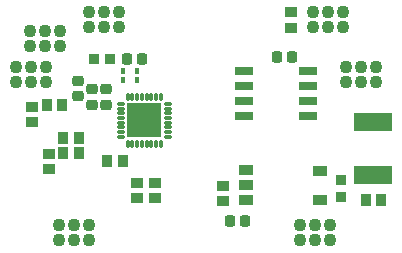
<source format=gts>
G04*
G04 #@! TF.GenerationSoftware,Altium Limited,Altium Designer,20.1.8 (145)*
G04*
G04 Layer_Color=8388736*
%FSLAX43Y43*%
%MOMM*%
G71*
G04*
G04 #@! TF.SameCoordinates,9309D788-A49E-47DC-A76E-BEEF67F4AFBA*
G04*
G04*
G04 #@! TF.FilePolarity,Negative*
G04*
G01*
G75*
%ADD15R,1.000X0.900*%
G04:AMPARAMS|DCode=16|XSize=1mm|YSize=0.9mm|CornerRadius=0.25mm|HoleSize=0mm|Usage=FLASHONLY|Rotation=270.000|XOffset=0mm|YOffset=0mm|HoleType=Round|Shape=RoundedRectangle|*
%AMROUNDEDRECTD16*
21,1,1.000,0.400,0,0,270.0*
21,1,0.500,0.900,0,0,270.0*
1,1,0.500,-0.200,-0.250*
1,1,0.500,-0.200,0.250*
1,1,0.500,0.200,0.250*
1,1,0.500,0.200,-0.250*
%
%ADD16ROUNDEDRECTD16*%
%ADD17R,0.450X0.600*%
%ADD18R,3.300X1.600*%
%ADD19R,0.950X0.950*%
%ADD20R,0.900X1.000*%
%ADD21R,1.650X0.700*%
%ADD22R,1.300X0.900*%
G04:AMPARAMS|DCode=23|XSize=1mm|YSize=0.9mm|CornerRadius=0.25mm|HoleSize=0mm|Usage=FLASHONLY|Rotation=0.000|XOffset=0mm|YOffset=0mm|HoleType=Round|Shape=RoundedRectangle|*
%AMROUNDEDRECTD23*
21,1,1.000,0.400,0,0,0.0*
21,1,0.500,0.900,0,0,0.0*
1,1,0.500,0.250,-0.200*
1,1,0.500,-0.250,-0.200*
1,1,0.500,-0.250,0.200*
1,1,0.500,0.250,0.200*
%
%ADD23ROUNDEDRECTD23*%
%ADD24O,0.800X0.300*%
%ADD25O,0.300X0.800*%
%ADD26R,3.000X3.000*%
%ADD27R,0.950X0.950*%
%ADD28C,1.100*%
%ADD29C,0.903*%
D15*
X55500Y46775D02*
D03*
Y45475D02*
D03*
X49814Y32101D02*
D03*
Y30801D02*
D03*
X42500Y32325D02*
D03*
Y31025D02*
D03*
X44000Y32325D02*
D03*
Y31025D02*
D03*
X33600Y37475D02*
D03*
Y38775D02*
D03*
X35000Y34775D02*
D03*
Y33475D02*
D03*
D16*
X55650Y43025D02*
D03*
X54350D02*
D03*
X51650Y29125D02*
D03*
X50350D02*
D03*
X42950Y42825D02*
D03*
X41650D02*
D03*
D17*
X41300Y41025D02*
D03*
X42500D02*
D03*
Y41775D02*
D03*
X41300D02*
D03*
D18*
X62500Y33025D02*
D03*
Y37525D02*
D03*
D19*
X59750Y32575D02*
D03*
Y31175D02*
D03*
D20*
X61850Y30855D02*
D03*
X63150D02*
D03*
X37550Y36125D02*
D03*
X36250D02*
D03*
X37550Y34825D02*
D03*
X36250D02*
D03*
X41291Y34225D02*
D03*
X39991D02*
D03*
X36150Y38900D02*
D03*
X34850D02*
D03*
D21*
X51550Y41780D02*
D03*
Y40510D02*
D03*
Y39240D02*
D03*
Y37970D02*
D03*
X56950D02*
D03*
Y39240D02*
D03*
Y40510D02*
D03*
Y41780D02*
D03*
D22*
X51700Y30875D02*
D03*
Y32145D02*
D03*
Y33415D02*
D03*
X58000Y33375D02*
D03*
Y30875D02*
D03*
D23*
X37500Y40950D02*
D03*
Y39650D02*
D03*
X39900Y40250D02*
D03*
Y38950D02*
D03*
X38700Y40250D02*
D03*
Y38950D02*
D03*
D24*
X41125Y39025D02*
D03*
Y38625D02*
D03*
Y38225D02*
D03*
Y37825D02*
D03*
Y37425D02*
D03*
Y37025D02*
D03*
Y36625D02*
D03*
Y36225D02*
D03*
X45075D02*
D03*
Y36625D02*
D03*
Y37025D02*
D03*
Y37425D02*
D03*
Y37825D02*
D03*
Y38225D02*
D03*
Y38625D02*
D03*
Y39025D02*
D03*
D25*
X41700Y35650D02*
D03*
X42100D02*
D03*
X42500D02*
D03*
X42900D02*
D03*
X43300D02*
D03*
X43700D02*
D03*
X44100D02*
D03*
X44500D02*
D03*
Y39600D02*
D03*
X44100D02*
D03*
X43700D02*
D03*
X43300D02*
D03*
X42900D02*
D03*
X42500D02*
D03*
X42100D02*
D03*
X41700D02*
D03*
D26*
X43100Y37625D02*
D03*
D27*
X38825Y42825D02*
D03*
X40225D02*
D03*
D28*
X57400Y45525D02*
D03*
Y46795D02*
D03*
X58670Y45525D02*
D03*
Y46795D02*
D03*
X59940Y45525D02*
D03*
Y46795D02*
D03*
X60206Y42137D02*
D03*
Y40867D02*
D03*
X61476Y42137D02*
D03*
Y40867D02*
D03*
X62746Y42137D02*
D03*
Y40867D02*
D03*
X32254Y42137D02*
D03*
Y40867D02*
D03*
X33524Y42137D02*
D03*
Y40867D02*
D03*
X34794Y42137D02*
D03*
Y40867D02*
D03*
X40940Y46795D02*
D03*
Y45525D02*
D03*
X39670Y46795D02*
D03*
Y45525D02*
D03*
X38400Y46795D02*
D03*
Y45525D02*
D03*
X35880Y27455D02*
D03*
Y28725D02*
D03*
X37150Y27455D02*
D03*
Y28725D02*
D03*
X38420Y27455D02*
D03*
Y28725D02*
D03*
X56255Y27455D02*
D03*
Y28725D02*
D03*
X57525Y27455D02*
D03*
Y28725D02*
D03*
X58795Y27455D02*
D03*
Y28725D02*
D03*
X35940Y43905D02*
D03*
Y45175D02*
D03*
X33400D02*
D03*
X34670D02*
D03*
X33400Y43905D02*
D03*
X34670D02*
D03*
D29*
X43100Y37625D02*
D03*
M02*

</source>
